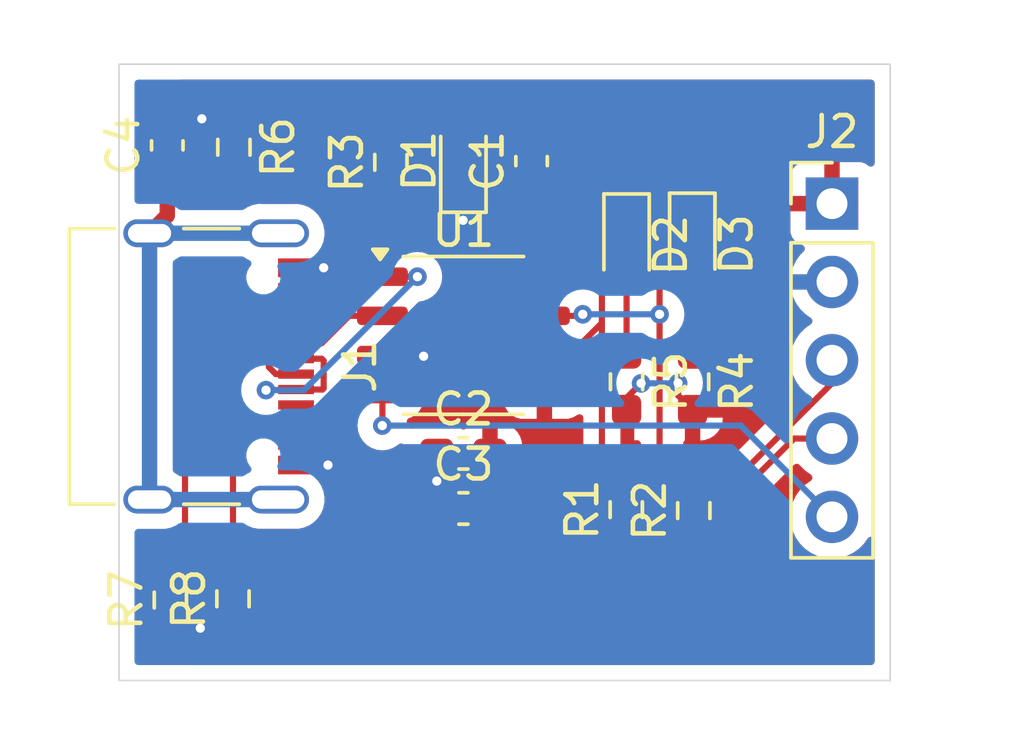
<source format=kicad_pcb>
(kicad_pcb (version 20240108) (generator "pcbnew") (generator_version "8.0")
  (layers (0 "F.Cu" signal) (31 "B.Cu" signal) (34 "B.Paste" user) (35 "F.Paste" user) (36 "B.SilkS" user "B.Silkscreen") (37 "F.SilkS" user "F.Silkscreen") (38 "B.Mask" user) (39 "F.Mask" user) (44 "Edge.Cuts" user))
  (net 0 "")
  (net 1 "gnd")
  (net 2 "Net-(U1-V3)")
  (net 3 "5V")
  (net 4 "reset")
  (net 5 "tx")
  (net 6 "rx")
  (net 7 "Net-(D2-K)")
  (net 8 "Net-(D2-A)")
  (net 9 "Net-(D1-A)")
  (net 10 "Net-(D3-K)")
  (net 11 "Net-(D3-A)")
  (net 12 "Net-(J1-SHIELD)")
  (net 13 "Net-(J1-CC1)")
  (net 15 "Net-(U1-UD+)")
  (net 16 "Net-(J1-CC2)")
  (net 17 "Net-(U1-UD-)")
  (footprint "Capacitor_SMD:C_0603_1608Metric_Pad1.08x0.95mm_HandSolder" (layer "F.Cu") (at 112.94 62.63)
    (property "Reference" "C2" (at 0 -1.43 0) (layer "F.SilkS"))
    (property "Value" "0.1uF")
    (fp_line (start -0.146267 -0.51) (end 0.146267 -0.51) (stroke (width 0.12)) (layer "F.SilkS"))
    (fp_line (start -0.146267 0.51) (end 0.146267 0.51) (stroke (width 0.12)) (layer "F.SilkS"))
    (pad "1" smd roundrect (at -0.8625 0) (size 1.075 0.95) (layers "F.Cu" "F.Paste" "F.Mask") (net 1 "gnd"))
    (pad "2" smd roundrect (at 0.8625 0) (size 1.075 0.95) (layers "F.Cu" "F.Paste" "F.Mask") (net 3 "5V"))
  )
  (footprint "Resistor_SMD:R_0603_1608Metric_Pad0.98x0.95mm_HandSolder" (layer "F.Cu") (at 118.23 60.3075 -90)
    (property "Reference" "R5" (at 0 -1.43 90) (layer "F.SilkS"))
    (property "Value" "1k")
    (fp_line (start -0.254724 0.5225) (end 0.254724 0.5225) (stroke (width 0.12)) (layer "F.SilkS"))
    (fp_line (start -0.254724 -0.5225) (end 0.254724 -0.5225) (stroke (width 0.12)) (layer "F.SilkS"))
    (pad "1" smd roundrect (at -0.9125 0 270) (size 0.975 0.95) (layers "F.Cu" "F.Paste" "F.Mask") (net 8 "Net-(D2-A)"))
    (pad "2" smd roundrect (at 0.9125 0 270) (size 0.975 0.95) (layers "F.Cu" "F.Paste" "F.Mask") (net 3 "5V"))
  )
  (footprint "Resistor_SMD:R_0603_1608Metric_Pad0.98x0.95mm_HandSolder" (layer "F.Cu") (at 103.44 67.39 90)
    (property "Reference" "R7" (at 0 -1.43 90) (layer "F.SilkS"))
    (property "Value" "5.1k")
    (fp_line (start -0.254724 -0.5225) (end 0.254724 -0.5225) (stroke (width 0.12)) (layer "F.SilkS"))
    (fp_line (start -0.254724 0.5225) (end 0.254724 0.5225) (stroke (width 0.12)) (layer "F.SilkS"))
    (pad "1" smd roundrect (at -0.9125 0 90) (size 0.975 0.95) (layers "F.Cu" "F.Paste" "F.Mask") (net 1 "gnd"))
    (pad "2" smd roundrect (at 0.9125 0 90) (size 0.975 0.95) (layers "F.Cu" "F.Paste" "F.Mask") (net 13 "Net-(J1-CC1)"))
  )
  (footprint "Capacitor_SMD:C_0603_1608Metric_Pad1.08x0.95mm_HandSolder" (layer "F.Cu") (at 103.34 52.64 90)
    (property "Reference" "C4" (at 0 -1.43 90) (layer "F.SilkS"))
    (property "Value" "220pF")
    (fp_line (start -0.146267 -0.51) (end 0.146267 -0.51) (stroke (width 0.12)) (layer "F.SilkS"))
    (fp_line (start -0.146267 0.51) (end 0.146267 0.51) (stroke (width 0.12)) (layer "F.SilkS"))
    (pad "1" smd roundrect (at -0.8625 0 90) (size 1.075 0.95) (layers "F.Cu" "F.Paste" "F.Mask") (net 12 "Net-(J1-SHIELD)"))
    (pad "2" smd roundrect (at 0.8625 0 90) (size 1.075 0.95) (layers "F.Cu" "F.Paste" "F.Mask") (net 1 "gnd"))
  )
  (footprint "Resistor_SMD:R_0603_1608Metric_Pad0.98x0.95mm_HandSolder" (layer "F.Cu") (at 105.5 52.7 -90)
    (property "Reference" "R6" (at 0 -1.43 90) (layer "F.SilkS"))
    (property "Value" "1M")
    (fp_line (start -0.254724 0.5225) (end 0.254724 0.5225) (stroke (width 0.12)) (layer "F.SilkS"))
    (fp_line (start -0.254724 -0.5225) (end 0.254724 -0.5225) (stroke (width 0.12)) (layer "F.SilkS"))
    (pad "1" smd roundrect (at -0.9125 0 270) (size 0.975 0.95) (layers "F.Cu" "F.Paste" "F.Mask") (net 1 "gnd"))
    (pad "2" smd roundrect (at 0.9125 0 270) (size 0.975 0.95) (layers "F.Cu" "F.Paste" "F.Mask") (net 12 "Net-(J1-SHIELD)"))
  )
  (footprint "LED_SMD:LED_0603_1608Metric_Pad1.05x0.95mm_HandSolder" (layer "F.Cu") (at 112.94 53.15 90)
    (property "Reference" "D1" (at 0 -1.43 90) (layer "F.SilkS"))
    (property "Value" "LED")
    (fp_line (start 0.8 -0.735) (end -1.66 -0.735) (stroke (width 0.12)) (layer "F.SilkS"))
    (fp_line (start -1.66 -0.735) (end -1.66 0.735) (stroke (width 0.12)) (layer "F.SilkS"))
    (fp_line (start -1.66 0.735) (end 0.8 0.735) (stroke (width 0.12)) (layer "F.SilkS"))
    (pad "1" smd roundrect (at -0.875 0 90) (size 1.05 0.95) (layers "F.Cu" "F.Paste" "F.Mask") (net 1 "gnd"))
    (pad "2" smd roundrect (at 0.875 0 90) (size 1.05 0.95) (layers "F.Cu" "F.Paste" "F.Mask") (net 9 "Net-(D1-A)"))
  )
  (footprint "Capacitor_SMD:C_0603_1608Metric_Pad1.08x0.95mm_HandSolder" (layer "F.Cu") (at 115.15 53.15 90)
    (property "Reference" "C1" (at 0 -1.43 90) (layer "F.SilkS"))
    (property "Value" "1000pF")
    (fp_line (start -0.146267 -0.51) (end 0.146267 -0.51) (stroke (width 0.12)) (layer "F.SilkS"))
    (fp_line (start -0.146267 0.51) (end 0.146267 0.51) (stroke (width 0.12)) (layer "F.SilkS"))
    (pad "1" smd roundrect (at -0.8625 0 90) (size 1.075 0.95) (layers "F.Cu" "F.Paste" "F.Mask") (net 2 "Net-(U1-V3)"))
    (pad "2" smd roundrect (at 0.8625 0 90) (size 1.075 0.95) (layers "F.Cu" "F.Paste" "F.Mask") (net 1 "gnd"))
  )
  (footprint "Resistor_SMD:R_0603_1608Metric_Pad0.98x0.95mm_HandSolder" (layer "F.Cu") (at 120.37 60.31 -90)
    (property "Reference" "R4" (at 0 -1.43 90) (layer "F.SilkS"))
    (property "Value" "1k")
    (fp_line (start -0.254724 0.5225) (end 0.254724 0.5225) (stroke (width 0.12)) (layer "F.SilkS"))
    (fp_line (start -0.254724 -0.5225) (end 0.254724 -0.5225) (stroke (width 0.12)) (layer "F.SilkS"))
    (pad "1" smd roundrect (at -0.9125 0 270) (size 0.975 0.95) (layers "F.Cu" "F.Paste" "F.Mask") (net 11 "Net-(D3-A)"))
    (pad "2" smd roundrect (at 0.9125 0 270) (size 0.975 0.95) (layers "F.Cu" "F.Paste" "F.Mask") (net 3 "5V"))
  )
  (footprint "Resistor_SMD:R_0603_1608Metric_Pad0.98x0.95mm_HandSolder" (layer "F.Cu") (at 118.22 64.4575 90)
    (property "Reference" "R1" (at 0 -1.43 90) (layer "F.SilkS"))
    (property "Value" "1k")
    (fp_line (start -0.254724 -0.5225) (end 0.254724 -0.5225) (stroke (width 0.12)) (layer "F.SilkS"))
    (fp_line (start -0.254724 0.5225) (end 0.254724 0.5225) (stroke (width 0.12)) (layer "F.SilkS"))
    (pad "1" smd roundrect (at -0.9125 0 90) (size 0.975 0.95) (layers "F.Cu" "F.Paste" "F.Mask") (net 5 "tx"))
    (pad "2" smd roundrect (at 0.9125 0 90) (size 0.975 0.95) (layers "F.Cu" "F.Paste" "F.Mask") (net 7 "Net-(D2-K)"))
  )
  (footprint "Package_SO:SOP-8_3.9x4.9mm_P1.27mm" (layer "F.Cu") (at 112.94 58.805)
    (property "Reference" "U1" (at 0 -3.4 0) (layer "F.SilkS"))
    (property "Value" "CH340N")
    (fp_line (start 0 -2.56) (end -1.95 -2.56) (stroke (width 0.12)) (layer "F.SilkS"))
    (fp_line (start 0 -2.56) (end 1.95 -2.56) (stroke (width 0.12)) (layer "F.SilkS"))
    (fp_line (start 0 2.56) (end -1.95 2.56) (stroke (width 0.12)) (layer "F.SilkS"))
    (fp_line (start 0 2.56) (end 1.95 2.56) (stroke (width 0.12)) (layer "F.SilkS"))
    (fp_poly (pts (xy -2.7 -2.465) (xy -2.94 -2.795) (xy -2.46 -2.795) (xy -2.7 -2.465)) (stroke (width 0.12)) (fill solid) (layer "F.SilkS"))
    (pad "1" smd roundrect (at -2.625 -1.905) (size 1.65 0.6) (layers "F.Cu" "F.Paste" "F.Mask") (net 15 "Net-(U1-UD+)"))
    (pad "2" smd roundrect (at -2.625 -0.635) (size 1.65 0.6) (layers "F.Cu" "F.Paste" "F.Mask") (net 17 "Net-(U1-UD-)"))
    (pad "3" smd roundrect (at -2.625 0.635) (size 1.65 0.6) (layers "F.Cu" "F.Paste" "F.Mask") (net 1 "gnd"))
    (pad "4" smd roundrect (at -2.625 1.905) (size 1.65 0.6) (layers "F.Cu" "F.Paste" "F.Mask") (net 4 "reset"))
    (pad "5" smd roundrect (at 2.625 1.905) (size 1.65 0.6) (layers "F.Cu" "F.Paste" "F.Mask") (net 3 "5V"))
    (pad "6" smd roundrect (at 2.625 0.635) (size 1.65 0.6) (layers "F.Cu" "F.Paste" "F.Mask") (net 7 "Net-(D2-K)"))
    (pad "7" smd roundrect (at 2.625 -0.635) (size 1.65 0.6) (layers "F.Cu" "F.Paste" "F.Mask") (net 10 "Net-(D3-K)"))
    (pad "8" smd roundrect (at 2.625 -1.905) (size 1.65 0.6) (layers "F.Cu" "F.Paste" "F.Mask") (net 2 "Net-(U1-V3)"))
  )
  (footprint "Connector_PinHeader_2.54mm:PinHeader_1x05_P2.54mm_Vertical" (layer "F.Cu") (at 124.89 54.53)
    (property "Reference" "J2" (at 0 -2.33 0) (layer "F.SilkS"))
    (property "Value" "Conn_01x05_Pin")
    (fp_line (start -1.33 -1.33) (end 0 -1.33) (stroke (width 0.12)) (layer "F.SilkS"))
    (fp_line (start -1.33 0) (end -1.33 -1.33) (stroke (width 0.12)) (layer "F.SilkS"))
    (fp_line (start -1.33 1.27) (end -1.33 11.49) (stroke (width 0.12)) (layer "F.SilkS"))
    (fp_line (start -1.33 1.27) (end 1.33 1.27) (stroke (width 0.12)) (layer "F.SilkS"))
    (fp_line (start -1.33 11.49) (end 1.33 11.49) (stroke (width 0.12)) (layer "F.SilkS"))
    (fp_line (start 1.33 1.27) (end 1.33 11.49) (stroke (width 0.12)) (layer "F.SilkS"))
    (pad "1" thru_hole rect (at 0 0) (size 1.7 1.7) (drill 1) (layers "*.Cu" "*.Mask") (net 3 "5V"))
    (pad "2" thru_hole oval (at 0 2.54) (size 1.7 1.7) (drill 1) (layers "*.Cu" "*.Mask") (net 1 "gnd"))
    (pad "3" thru_hole oval (at 0 5.08) (size 1.7 1.7) (drill 1) (layers "*.Cu" "*.Mask") (net 5 "tx"))
    (pad "4" thru_hole oval (at 0 7.62) (size 1.7 1.7) (drill 1) (layers "*.Cu" "*.Mask") (net 6 "rx"))
    (pad "5" thru_hole oval (at 0 10.16) (size 1.7 1.7) (drill 1) (layers "*.Cu" "*.Mask") (net 4 "reset"))
  )
  (footprint "LED_SMD:LED_0603_1608Metric_Pad1.05x0.95mm_HandSolder" (layer "F.Cu") (at 120.36 55.85 -90)
    (property "Reference" "D3" (at 0 -1.43 90) (layer "F.SilkS"))
    (property "Value" "LED")
    (fp_line (start -1.66 0.735) (end 0.8 0.735) (stroke (width 0.12)) (layer "F.SilkS"))
    (fp_line (start -1.66 -0.735) (end -1.66 0.735) (stroke (width 0.12)) (layer "F.SilkS"))
    (fp_line (start 0.8 -0.735) (end -1.66 -0.735) (stroke (width 0.12)) (layer "F.SilkS"))
    (pad "1" smd roundrect (at -0.875 0 270) (size 1.05 0.95) (layers "F.Cu" "F.Paste" "F.Mask") (net 10 "Net-(D3-K)"))
    (pad "2" smd roundrect (at 0.875 0 270) (size 1.05 0.95) (layers "F.Cu" "F.Paste" "F.Mask") (net 11 "Net-(D3-A)"))
  )
  (footprint "Capacitor_SMD:C_0603_1608Metric_Pad1.08x0.95mm_HandSolder" (layer "F.Cu") (at 112.94 64.42)
    (property "Reference" "C3" (at 0 -1.43 0) (layer "F.SilkS"))
    (property "Value" "10uF")
    (fp_line (start -0.146267 -0.51) (end 0.146267 -0.51) (stroke (width 0.12)) (layer "F.SilkS"))
    (fp_line (start -0.146267 0.51) (end 0.146267 0.51) (stroke (width 0.12)) (layer "F.SilkS"))
    (pad "1" smd roundrect (at -0.8625 0) (size 1.075 0.95) (layers "F.Cu" "F.Paste" "F.Mask") (net 1 "gnd"))
    (pad "2" smd roundrect (at 0.8625 0) (size 1.075 0.95) (layers "F.Cu" "F.Paste" "F.Mask") (net 3 "5V"))
  )
  (footprint "Resistor_SMD:R_0603_1608Metric_Pad0.98x0.95mm_HandSolder" (layer "F.Cu") (at 120.41 64.4875 90)
    (property "Reference" "R2" (at 0 -1.43 90) (layer "F.SilkS"))
    (property "Value" "1k")
    (fp_line (start -0.254724 -0.5225) (end 0.254724 -0.5225) (stroke (width 0.12)) (layer "F.SilkS"))
    (fp_line (start -0.254724 0.5225) (end 0.254724 0.5225) (stroke (width 0.12)) (layer "F.SilkS"))
    (pad "1" smd roundrect (at -0.9125 0 90) (size 0.975 0.95) (layers "F.Cu" "F.Paste" "F.Mask") (net 6 "rx"))
    (pad "2" smd roundrect (at 0.9125 0 90) (size 0.975 0.95) (layers "F.Cu" "F.Paste" "F.Mask") (net 10 "Net-(D3-K)"))
  )
  (footprint "Connector_USB:USB_C_Receptacle_Palconn_UTC16-G" (layer "F.Cu") (at 105.005 59.81 -90)
    (property "Reference" "J1" (at 0 -4.58 90) (layer "F.SilkS"))
    (property "Value" "USB_C_Receptacle_USB2.0_16P")
    (fp_line (start -4.47 4.84) (end -4.47 3.38) (stroke (width 0.12)) (layer "F.SilkS"))
    (fp_line (start 4.47 4.84) (end -4.47 4.84) (stroke (width 0.12)) (layer "F.SilkS"))
    (fp_line (start 4.47 4.84) (end 4.47 3.38) (stroke (width 0.12)) (layer "F.SilkS"))
    (fp_line (start -4.47 -0.67) (end -4.47 1.13) (stroke (width 0.12)) (layer "F.SilkS"))
    (fp_line (start 4.47 -0.67) (end 4.47 1.13) (stroke (width 0.12)) (layer "F.SilkS"))
    (pad "" np_thru_hole circle (at -2.89 -1.45 90) (size 0.6 0.6) (drill 0.6) (layers "*.Cu" "*.Mask"))
    (pad "" np_thru_hole circle (at 2.89 -1.45 90) (size 0.6 0.6) (drill 0.6) (layers "*.Cu" "*.Mask"))
    (pad "A1" smd rect (at -3.2 -2.51 270) (size 0.6 1.16) (layers "F.Cu" "F.Paste" "F.Mask") (net 1 "gnd"))
    (pad "A4" smd rect (at -2.4 -2.51 270) (size 0.6 1.16) (layers "F.Cu" "F.Paste" "F.Mask") (net 3 "5V"))
    (pad "A5" smd rect (at -1.25 -2.51 90) (size 0.3 1.16) (layers "F.Cu" "F.Paste" "F.Mask") (net 13 "Net-(J1-CC1)"))
    (pad "A6" smd rect (at -0.25 -2.51 90) (size 0.3 1.16) (layers "F.Cu" "F.Paste" "F.Mask") (net 15 "Net-(U1-UD+)"))
    (pad "A7" smd rect (at 0.25 -2.51 90) (size 0.3 1.16) (layers "F.Cu" "F.Paste" "F.Mask") (net 17 "Net-(U1-UD-)"))
    (pad "A8" smd rect (at 1.25 -2.51 90) (size 0.3 1.16) (layers "F.Cu" "F.Paste" "F.Mask"))
    (pad "A9" smd rect (at 2.4 -2.51 270) (size 0.6 1.16) (layers "F.Cu" "F.Paste" "F.Mask") (net 3 "5V"))
    (pad "A12" smd rect (at 3.2 -2.51 270) (size 0.6 1.16) (layers "F.Cu" "F.Paste" "F.Mask") (net 1 "gnd"))
    (pad "B1" smd rect (at 3.2 -2.51 270) (size 0.6 1.16) (layers "F.Cu" "F.Paste" "F.Mask") (net 1 "gnd"))
    (pad "B4" smd rect (at 2.4 -2.51 270) (size 0.6 1.16) (layers "F.Cu" "F.Paste" "F.Mask") (net 3 "5V"))
    (pad "B5" smd rect (at 1.75 -2.51 90) (size 0.3 1.16) (layers "F.Cu" "F.Paste" "F.Mask") (net 16 "Net-(J1-CC2)"))
    (pad "B6" smd rect (at 0.75 -2.51 90) (size 0.3 1.16) (layers "F.Cu" "F.Paste" "F.Mask") (net 15 "Net-(U1-UD+)"))
    (pad "B7" smd rect (at -0.75 -2.51 90) (size 0.3 1.16) (layers "F.Cu" "F.Paste" "F.Mask") (net 17 "Net-(U1-UD-)"))
    (pad "B8" smd rect (at -1.75 -2.51 90) (size 0.3 1.16) (layers "F.Cu" "F.Paste" "F.Mask"))
    (pad "B9" smd rect (at -2.4 -2.51 270) (size 0.6 1.16) (layers "F.Cu" "F.Paste" "F.Mask") (net 3 "5V"))
    (pad "B12" smd rect (at -3.2 -2.51 270) (size 0.6 1.16) (layers "F.Cu" "F.Paste" "F.Mask") (net 1 "gnd"))
    (pad "S1" thru_hole oval (at -4.32 -1.93) (size 2 0.9) (drill oval 1.7 0.6) (layers "*.Cu" "*.Mask") (net 12 "Net-(J1-SHIELD)"))
    (pad "S1" thru_hole oval (at -4.32 2.24) (size 1.7 0.9) (drill oval 1.4 0.6) (layers "*.Cu" "*.Mask") (net 12 "Net-(J1-SHIELD)"))
    (pad "S1" thru_hole oval (at 4.32 -1.93) (size 2 0.9) (drill oval 1.7 0.6) (layers "*.Cu" "*.Mask") (net 12 "Net-(J1-SHIELD)"))
    (pad "S1" thru_hole oval (at 4.32 2.24) (size 1.7 0.9) (drill oval 1.4 0.6) (layers "*.Cu" "*.Mask") (net 12 "Net-(J1-SHIELD)"))
  )
  (footprint "Resistor_SMD:R_0603_1608Metric_Pad0.98x0.95mm_HandSolder" (layer "F.Cu") (at 110.59 53.19 90)
    (property "Reference" "R3" (at 0 -1.43 90) (layer "F.SilkS"))
    (property "Value" "1k")
    (fp_line (start -0.254724 -0.5225) (end 0.254724 -0.5225) (stroke (width 0.12)) (layer "F.SilkS"))
    (fp_line (start -0.254724 0.5225) (end 0.254724 0.5225) (stroke (width 0.12)) (layer "F.SilkS"))
    (pad "1" smd roundrect (at -0.9125 0 90) (size 0.975 0.95) (layers "F.Cu" "F.Paste" "F.Mask") (net 3 "5V"))
    (pad "2" smd roundrect (at 0.9125 0 90) (size 0.975 0.95) (layers "F.Cu" "F.Paste" "F.Mask") (net 9 "Net-(D1-A)"))
  )
  (footprint "Resistor_SMD:R_0603_1608Metric_Pad0.98x0.95mm_HandSolder" (layer "F.Cu") (at 105.47 67.35 90)
    (property "Reference" "R8" (at 0 -1.43 90) (layer "F.SilkS"))
    (property "Value" "5.1k")
    (fp_line (start -0.254724 -0.5225) (end 0.254724 -0.5225) (stroke (width 0.12)) (layer "F.SilkS"))
    (fp_line (start -0.254724 0.5225) (end 0.254724 0.5225) (stroke (width 0.12)) (layer "F.SilkS"))
    (pad "1" smd roundrect (at -0.9125 0 90) (size 0.975 0.95) (layers "F.Cu" "F.Paste" "F.Mask") (net 1 "gnd"))
    (pad "2" smd roundrect (at 0.9125 0 90) (size 0.975 0.95) (layers "F.Cu" "F.Paste" "F.Mask") (net 16 "Net-(J1-CC2)"))
  )
  (footprint "LED_SMD:LED_0603_1608Metric_Pad1.05x0.95mm_HandSolder" (layer "F.Cu") (at 118.23 55.875 -90)
    (property "Reference" "D2" (at 0 -1.43 90) (layer "F.SilkS"))
    (property "Value" "LED")
    (fp_line (start -1.66 0.735) (end 0.8 0.735) (stroke (width 0.12)) (layer "F.SilkS"))
    (fp_line (start -1.66 -0.735) (end -1.66 0.735) (stroke (width 0.12)) (layer "F.SilkS"))
    (fp_line (start 0.8 -0.735) (end -1.66 -0.735) (stroke (width 0.12)) (layer "F.SilkS"))
    (pad "1" smd roundrect (at -0.875 0 270) (size 1.05 0.95) (layers "F.Cu" "F.Paste" "F.Mask") (net 7 "Net-(D2-K)"))
    (pad "2" smd roundrect (at 0.875 0 270) (size 1.05 0.95) (layers "F.Cu" "F.Paste" "F.Mask") (net 8 "Net-(D2-A)"))
  )
  (gr_line (start 126.775 70) (end 101.775 70) (stroke (width 0.05)) (layer "Edge.Cuts"))
  (gr_line (start 101.775 70) (end 101.775 50) (stroke (width 0.05)) (layer "Edge.Cuts"))
  (gr_line (start 126.775 50.01) (end 126.775 70.01) (stroke (width 0.05)) (layer "Edge.Cuts"))
  (gr_line (start 101.775 50.005) (end 126.775 50.005) (stroke (width 0.05)) (layer "Edge.Cuts"))
  (segment (start 112.0775 62.63) (end 112.0775 63.53) (width 0.5) (layer "F.Cu") (net 1))
  (segment (start 105.49 51.7775) (end 105.5 51.7875) (width 0.5) (layer "F.Cu") (net 1))
  (segment (start 108.41 56.61) (end 107.515 56.61) (width 0.5) (layer "F.Cu") (net 1))
  (segment (start 104.41 68.3025) (end 105.43 68.3025) (width 0.5) (layer "F.Cu") (net 1))
  (segment (start 104.46 51.7775) (end 105.49 51.7775) (width 0.5) (layer "F.Cu") (net 1))
  (segment (start 112.0775 63.53) (end 112.0775 64.42) (width 0.5) (layer "F.Cu") (net 1))
  (segment (start 108.55 63.01) (end 107.515 63.01) (width 0.5) (layer "F.Cu") (net 1))
  (segment (start 112.94 55.06) (end 112.93 55.07) (width 0.5) (layer "F.Cu") (net 1))
  (segment (start 111.61 59.44) (end 111.65 59.48) (width 0.5) (layer "F.Cu") (net 1))
  (segment (start 103.44 68.3025) (end 104.41 68.3025) (width 0.5) (layer "F.Cu") (net 1))
  (segment (start 105.43 68.3025) (end 105.47 68.2625) (width 0.5) (layer "F.Cu") (net 1))
  (segment (start 112.94 54.025) (end 112.94 55.06) (width 0.5) (layer "F.Cu") (net 1))
  (segment (start 115.15 52.2875) (end 114.6775 52.2875) (width 0.5) (layer "F.Cu") (net 1))
  (segment (start 103.34 51.7775) (end 104.46 51.7775) (width 0.5) (layer "F.Cu") (net 1))
  (segment (start 110.315 59.44) (end 111.61 59.44) (width 0.5) (layer "F.Cu") (net 1))
  (segment (start 114.6775 52.2875) (end 112.94 54.025) (width 0.5) (layer "F.Cu") (net 1))
  (via (at 104.46 51.7775) (size 0.6) (drill 0.3) (layers "F.Cu" "B.Cu") (net 1))
  (via (at 111.65 59.48) (size 0.6) (drill 0.3) (layers "F.Cu" "B.Cu") (net 1))
  (via (at 112.0775 63.53) (size 0.6) (drill 0.3) (layers "F.Cu" "B.Cu") (net 1))
  (via (at 108.41 56.61) (size 0.6) (drill 0.3) (layers "F.Cu" "B.Cu") (net 1))
  (via (at 108.55 63.01) (size 0.6) (drill 0.3) (layers "F.Cu" "B.Cu") (net 1))
  (via (at 112.93 55.07) (size 0.6) (drill 0.3) (layers "F.Cu" "B.Cu") (net 1))
  (via (at 104.41 68.3025) (size 0.6) (drill 0.3) (layers "F.Cu" "B.Cu") (net 1))
  (segment (start 115.565 56.9) (end 115.15 56.485) (width 0.2) (layer "F.Cu") (net 2))
  (segment (start 115.15 56.485) (end 115.15 54.0125) (width 0.2) (layer "F.Cu") (net 2))
  (segment (start 118.23 60.83) (end 118.7 60.36) (width 0.2) (layer "F.Cu") (net 3))
  (segment (start 118.23 61.22) (end 118.23 60.83) (width 0.2) (layer "F.Cu") (net 3))
  (segment (start 107.515 62.21) (end 108.810661 62.21) (width 0.5) (layer "F.Cu") (net 3))
  (segment (start 107.515 57.41) (end 108.458529 57.41) (width 0.2) (layer "F.Cu") (net 3))
  (segment (start 109.87 63.269339) (end 109.87 63.28) (width 0.5) (layer "F.Cu") (net 3))
  (segment (start 109.15 56.718529) (end 109.15 55.68) (width 0.2) (layer "F.Cu") (net 3))
  (segment (start 119.9 60.7525) (end 120.37 61.2225) (width 0.2) (layer "F.Cu") (net 3))
  (segment (start 108.458529 57.41) (end 109.15 56.718529) (width 0.2) (layer "F.Cu") (net 3))
  (segment (start 119.9 60.351269) (end 119.9 60.7525) (width 0.2) (layer "F.Cu") (net 3))
  (segment (start 108.810661 62.21) (end 109.87 63.269339) (width 0.5) (layer "F.Cu") (net 3))
  (via (at 119.9 60.351269) (size 0.6) (drill 0.3) (layers "F.Cu" "B.Cu") (net 3))
  (via (at 118.7 60.36) (size 0.6) (drill 0.3) (layers "F.Cu" "B.Cu") (net 3))
  (segment (start 119.891269 60.36) (end 119.9 60.351269) (width 0.2) (layer "B.Cu") (net 3))
  (segment (start 118.7 60.36) (end 119.891269 60.36) (width 0.2) (layer "B.Cu") (net 3))
  (segment (start 110.315 61.725) (end 110.31 61.73) (width 0.2) (layer "F.Cu") (net 4))
  (segment (start 110.315 60.71) (end 110.315 61.725) (width 0.2) (layer "F.Cu") (net 4))
  (via (at 110.31 61.73) (size 0.6) (drill 0.3) (layers "F.Cu" "B.Cu") (net 4))
  (segment (start 121.93 61.73) (end 124.89 64.69) (width 0.2) (layer "B.Cu") (net 4))
  (segment (start 110.31 61.73) (end 121.93 61.73) (width 0.2) (layer "B.Cu") (net 4))
  (segment (start 118.22 65.37) (end 118.9775 64.6125) (width 0.2) (layer "F.Cu") (net 5))
  (segment (start 120.631814 64.6125) (end 124.89 60.354314) (width 0.2) (layer "F.Cu") (net 5))
  (segment (start 118.9775 64.6125) (end 120.631814 64.6125) (width 0.2) (layer "F.Cu") (net 5))
  (segment (start 124.89 60.354314) (end 124.89 59.61) (width 0.2) (layer "F.Cu") (net 5))
  (segment (start 124.89 62.15) (end 123.66 62.15) (width 0.2) (layer "F.Cu") (net 6))
  (segment (start 123.66 62.15) (end 120.41 65.4) (width 0.2) (layer "F.Cu") (net 6))
  (segment (start 117.43 62.755) (end 117.43 58.399999) (width 0.2) (layer "F.Cu") (net 7))
  (segment (start 115.565 59.44) (end 116.389999 59.44) (width 0.2) (layer "F.Cu") (net 7))
  (segment (start 116.389999 59.44) (end 117.43 58.399999) (width 0.2) (layer "F.Cu") (net 7))
  (segment (start 117.43 58.399999) (end 117.43 55.8) (width 0.2) (layer "F.Cu") (net 7))
  (segment (start 117.43 55.8) (end 118.23 55) (width 0.2) (layer "F.Cu") (net 7))
  (segment (start 118.22 63.545) (end 117.43 62.755) (width 0.2) (layer "F.Cu") (net 7))
  (segment (start 118.23 59.395) (end 118.23 56.75) (width 0.2) (layer "F.Cu") (net 8))
  (segment (start 110.5925 52.275) (end 110.59 52.2775) (width 0.2) (layer "F.Cu") (net 9))
  (segment (start 112.94 52.275) (end 110.5925 52.275) (width 0.2) (layer "F.Cu") (net 9))
  (segment (start 119.3 56.035) (end 120.36 54.975) (width 0.2) (layer "F.Cu") (net 10))
  (segment (start 120.41 63.575) (end 119.3 62.465) (width 0.2) (layer "F.Cu") (net 10))
  (segment (start 119.3 62.465) (end 119.3 58.12) (width 0.2) (layer "F.Cu") (net 10))
  (segment (start 119.3 58.12) (end 119.3 56.035) (width 0.2) (layer "F.Cu") (net 10))
  (segment (start 116.76 58.17) (end 116.81 58.12) (width 0.2) (layer "F.Cu") (net 10))
  (segment (start 115.565 58.17) (end 116.76 58.17) (width 0.2) (layer "F.Cu") (net 10))
  (via (at 119.3 58.12) (size 0.6) (drill 0.3) (layers "F.Cu" "B.Cu") (net 10))
  (via (at 116.81 58.12) (size 0.6) (drill 0.3) (layers "F.Cu" "B.Cu") (net 10))
  (segment (start 116.81 58.12) (end 119.3 58.12) (width 0.2) (layer "B.Cu") (net 10))
  (segment (start 120.36 59.3875) (end 120.37 59.3975) (width 0.2) (layer "F.Cu") (net 11))
  (segment (start 120.36 56.725) (end 120.36 59.3875) (width 0.2) (layer "F.Cu") (net 11))
  (segment (start 103.34 53.5025) (end 103.34 54.915) (width 0.5) (layer "F.Cu") (net 12))
  (segment (start 103.34 54.915) (end 102.765 55.49) (width 0.5) (layer "F.Cu") (net 12))
  (segment (start 105.5 53.6125) (end 103.45 53.6125) (width 0.5) (layer "F.Cu") (net 12))
  (segment (start 103.45 53.6125) (end 103.34 53.5025) (width 0.5) (layer "F.Cu") (net 12))
  (segment (start 105.5 53.6125) (end 105.5 54.055) (width 0.5) (layer "F.Cu") (net 12))
  (segment (start 102.765 64.13) (end 106.935 64.13) (width 0.5) (layer "B.Cu") (net 12))
  (segment (start 106.935 55.49) (end 102.765 55.49) (width 0.5) (layer "B.Cu") (net 12))
  (segment (start 102.765 55.49) (end 102.765 64.13) (width 0.5) (layer "B.Cu") (net 12))
  (segment (start 106.619314 58.56) (end 103.915 61.264314) (width 0.2) (layer "F.Cu") (net 13))
  (segment (start 103.915 66.0025) (end 103.44 66.4775) (width 0.2) (layer "F.Cu") (net 13))
  (segment (start 107.515 58.56) (end 106.619314 58.56) (width 0.2) (layer "F.Cu") (net 13))
  (segment (start 103.915 61.264314) (end 103.915 66.0025) (width 0.2) (layer "F.Cu") (net 13))
  (segment (start 108.41 59.625) (end 108.41 60.52) (width 0.2) (layer "F.Cu") (net 15))
  (segment (start 110.315 56.9) (end 111.45 56.9) (width 0.2) (layer "F.Cu") (net 15))
  (segment (start 108.345 59.56) (end 108.41 59.625) (width 0.2) (layer "F.Cu") (net 15))
  (segment (start 108.37 60.56) (end 107.515 60.56) (width 0.2) (layer "F.Cu") (net 15))
  (segment (start 108.41 60.52) (end 108.37 60.56) (width 0.2) (layer "F.Cu") (net 15))
  (segment (start 107.495 60.58) (end 107.515 60.56) (width 0.2) (layer "F.Cu") (net 15))
  (segment (start 110.315 56.9) (end 109.656471 56.9) (width 0.2) (layer "F.Cu") (net 15))
  (segment (start 106.54 60.58) (end 107.495 60.58) (width 0.2) (layer "F.Cu") (net 15))
  (segment (start 107.515 59.56) (end 108.345 59.56) (width 0.2) (layer "F.Cu") (net 15))
  (via (at 106.54 60.58) (size 0.6) (drill 0.3) (layers "F.Cu" "B.Cu") (net 15))
  (via (at 111.45 56.9) (size 0.6) (drill 0.3) (layers "F.Cu" "B.Cu") (net 15))
  (segment (start 107.77 60.58) (end 106.54 60.58) (width 0.2) (layer "B.Cu") (net 15))
  (segment (start 111.45 56.9) (end 107.77 60.58) (width 0.2) (layer "B.Cu") (net 15))
  (segment (start 105.47 66.4375) (end 105.47 62.765761) (width 0.2) (layer "F.Cu") (net 16))
  (segment (start 105.47 62.765761) (end 106.675761 61.56) (width 0.2) (layer "F.Cu") (net 16))
  (segment (start 106.675761 61.56) (end 107.515 61.56) (width 0.2) (layer "F.Cu") (net 16))
  (segment (start 106.635 59.11) (end 106.635 59.835) (width 0.2) (layer "F.Cu") (net 17))
  (segment (start 109.235 58.17) (end 108.345 59.06) (width 0.2) (layer "F.Cu") (net 17))
  (segment (start 107.515 59.06) (end 106.685 59.06) (width 0.2) (layer "F.Cu") (net 17))
  (segment (start 110.315 58.17) (end 109.235 58.17) (width 0.2) (layer "F.Cu") (net 17))
  (segment (start 108.345 59.06) (end 107.515 59.06) (width 0.2) (layer "F.Cu") (net 17))
  (segment (start 106.86 60.06) (end 107.515 60.06) (width 0.2) (layer "F.Cu") (net 17))
  (segment (start 106.635 59.835) (end 106.86 60.06) (width 0.2) (layer "F.Cu") (net 17))
  (segment (start 106.685 59.06) (end 106.635 59.11) (width 0.2) (layer "F.Cu") (net 17))
  (zone (net 3) (net_name "5V") (layer "F.Cu") (connect_pads (clearance 0.5)) (min_thickness 0.25) (fill yes (thermal_gap 0.5) (thermal_bridge_width 0.5))
    (polygon (pts (xy 126.78 50) (xy 101.77 50) (xy 101.77 70) (xy 126.78 70)))
  )
  (zone (net 1) (net_name "gnd") (layer "B.Cu") (priority 1) (connect_pads (clearance 0.5)) (min_thickness 0.25) (fill yes (thermal_gap 0.5) (thermal_bridge_width 0.5))
    (polygon (pts (xy 126.78 70) (xy 126.78 50) (xy 101.77 50) (xy 101.77 70)))
  )
)
</source>
